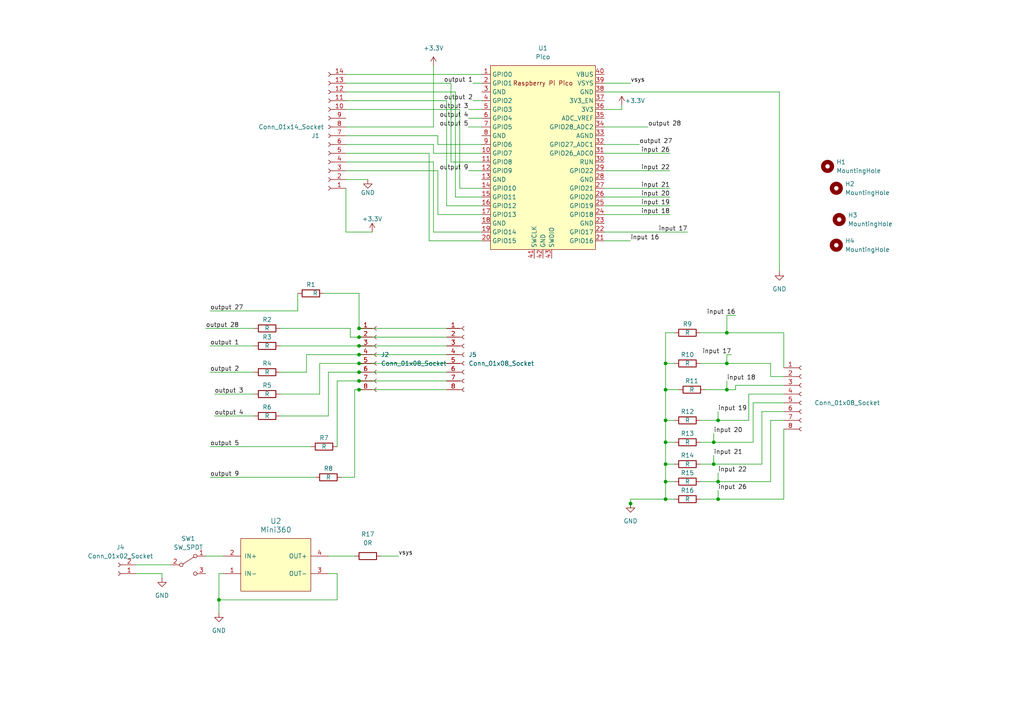
<source format=kicad_sch>
(kicad_sch (version 20230121) (generator eeschema)
  (paper "A4")
  (lib_symbols
    (symbol "Connector:Conn_01x02_Socket" (pin_names (offset 1.016) hide)
      (property "Reference" "J" (at 0 2.54 0))
      (property "Value" "Conn_01x02_Socket" (at 0 -5.08 0))
      (symbol "Conn_01x02_Socket_1_1"
        (arc (start 0 -2.032) (mid -0.5058 -2.54) (end 0 -3.048) (stroke (width 0.1524)))
        (polyline (pts (xy -1.27 -2.54) (xy -0.508 -2.54)) (stroke (width 0.1524)))
        (polyline (pts (xy -1.27 0) (xy -0.508 0)) (stroke (width 0.1524)))
        (arc (start 0 0.508) (mid -0.5058 0) (end 0 -0.508) (stroke (width 0.1524)))
        (pin passive line (at -5.08 0 0) (length 3.81) (name "Pin_1") (number "1"))
        (pin passive line (at -5.08 -2.54 0) (length 3.81) (name "Pin_2") (number "2"))
      )
    )
    (symbol "Connector:Conn_01x08_Socket" (pin_names (offset 1.016) hide)
      (property "Reference" "J" (at 0 10.16 0))
      (property "Value" "Conn_01x08_Socket" (at 0 -12.7 0))
      (symbol "Conn_01x08_Socket_1_1"
        (arc (start 0 -9.652) (mid -0.5058 -10.16) (end 0 -10.668) (stroke (width 0.1524)))
        (arc (start 0 -7.112) (mid -0.5058 -7.62) (end 0 -8.128) (stroke (width 0.1524)))
        (arc (start 0 -4.572) (mid -0.5058 -5.08) (end 0 -5.588) (stroke (width 0.1524)))
        (arc (start 0 -2.032) (mid -0.5058 -2.54) (end 0 -3.048) (stroke (width 0.1524)))
        (polyline (pts (xy -1.27 -10.16) (xy -0.508 -10.16)) (stroke (width 0.1524)))
        (polyline (pts (xy -1.27 -7.62) (xy -0.508 -7.62)) (stroke (width 0.1524)))
        (polyline (pts (xy -1.27 -5.08) (xy -0.508 -5.08)) (stroke (width 0.1524)))
        (polyline (pts (xy -1.27 -2.54) (xy -0.508 -2.54)) (stroke (width 0.1524)))
        (polyline (pts (xy -1.27 0) (xy -0.508 0)) (stroke (width 0.1524)))
        (polyline (pts (xy -1.27 2.54) (xy -0.508 2.54)) (stroke (width 0.1524)))
        (polyline (pts (xy -1.27 5.08) (xy -0.508 5.08)) (stroke (width 0.1524)))
        (polyline (pts (xy -1.27 7.62) (xy -0.508 7.62)) (stroke (width 0.1524)))
        (arc (start 0 0.508) (mid -0.5058 0) (end 0 -0.508) (stroke (width 0.1524)))
        (arc (start 0 3.048) (mid -0.5058 2.54) (end 0 2.032) (stroke (width 0.1524)))
        (arc (start 0 5.588) (mid -0.5058 5.08) (end 0 4.572) (stroke (width 0.1524)))
        (arc (start 0 8.128) (mid -0.5058 7.62) (end 0 7.112) (stroke (width 0.1524)))
        (pin passive line (at -5.08 7.62 0) (length 3.81) (name "Pin_1") (number "1"))
        (pin passive line (at -5.08 5.08 0) (length 3.81) (name "Pin_2") (number "2"))
        (pin passive line (at -5.08 2.54 0) (length 3.81) (name "Pin_3") (number "3"))
        (pin passive line (at -5.08 0 0) (length 3.81) (name "Pin_4") (number "4"))
        (pin passive line (at -5.08 -2.54 0) (length 3.81) (name "Pin_5") (number "5"))
        (pin passive line (at -5.08 -5.08 0) (length 3.81) (name "Pin_6") (number "6"))
        (pin passive line (at -5.08 -7.62 0) (length 3.81) (name "Pin_7") (number "7"))
        (pin passive line (at -5.08 -10.16 0) (length 3.81) (name "Pin_8") (number "8"))
      )
    )
    (symbol "Connector:Conn_01x14_Socket" (pin_names (offset 1.016) hide)
      (property "Reference" "J" (at 0 17.78 0))
      (property "Value" "Conn_01x14_Socket" (at 0 -20.32 0))
      (symbol "Conn_01x14_Socket_1_1"
        (arc (start 0 -17.272) (mid -0.5058 -17.78) (end 0 -18.288) (stroke (width 0.1524)))
        (arc (start 0 -14.732) (mid -0.5058 -15.24) (end 0 -15.748) (stroke (width 0.1524)))
        (arc (start 0 -12.192) (mid -0.5058 -12.7) (end 0 -13.208) (stroke (width 0.1524)))
        (arc (start 0 -9.652) (mid -0.5058 -10.16) (end 0 -10.668) (stroke (width 0.1524)))
        (arc (start 0 -7.112) (mid -0.5058 -7.62) (end 0 -8.128) (stroke (width 0.1524)))
        (arc (start 0 -4.572) (mid -0.5058 -5.08) (end 0 -5.588) (stroke (width 0.1524)))
        (arc (start 0 -2.032) (mid -0.5058 -2.54) (end 0 -3.048) (stroke (width 0.1524)))
        (polyline (pts (xy -1.27 -17.78) (xy -0.508 -17.78)) (stroke (width 0.1524)))
        (polyline (pts (xy -1.27 -15.24) (xy -0.508 -15.24)) (stroke (width 0.1524)))
        (polyline (pts (xy -1.27 -12.7) (xy -0.508 -12.7)) (stroke (width 0.1524)))
        (polyline (pts (xy -1.27 -10.16) (xy -0.508 -10.16)) (stroke (width 0.1524)))
        (polyline (pts (xy -1.27 -7.62) (xy -0.508 -7.62)) (stroke (width 0.1524)))
        (polyline (pts (xy -1.27 -5.08) (xy -0.508 -5.08)) (stroke (width 0.1524)))
        (polyline (pts (xy -1.27 -2.54) (xy -0.508 -2.54)) (stroke (width 0.1524)))
        (polyline (pts (xy -1.27 0) (xy -0.508 0)) (stroke (width 0.1524)))
        (polyline (pts (xy -1.27 2.54) (xy -0.508 2.54)) (stroke (width 0.1524)))
        (polyline (pts (xy -1.27 5.08) (xy -0.508 5.08)) (stroke (width 0.1524)))
        (polyline (pts (xy -1.27 7.62) (xy -0.508 7.62)) (stroke (width 0.1524)))
        (polyline (pts (xy -1.27 10.16) (xy -0.508 10.16)) (stroke (width 0.1524)))
        (polyline (pts (xy -1.27 12.7) (xy -0.508 12.7)) (stroke (width 0.1524)))
        (polyline (pts (xy -1.27 15.24) (xy -0.508 15.24)) (stroke (width 0.1524)))
        (arc (start 0 0.508) (mid -0.5058 0) (end 0 -0.508) (stroke (width 0.1524)))
        (arc (start 0 3.048) (mid -0.5058 2.54) (end 0 2.032) (stroke (width 0.1524)))
        (arc (start 0 5.588) (mid -0.5058 5.08) (end 0 4.572) (stroke (width 0.1524)))
        (arc (start 0 8.128) (mid -0.5058 7.62) (end 0 7.112) (stroke (width 0.1524)))
        (arc (start 0 10.668) (mid -0.5058 10.16) (end 0 9.652) (stroke (width 0.1524)))
        (arc (start 0 13.208) (mid -0.5058 12.7) (end 0 12.192) (stroke (width 0.1524)))
        (arc (start 0 15.748) (mid -0.5058 15.24) (end 0 14.732) (stroke (width 0.1524)))
        (pin passive line (at -5.08 15.24 0) (length 3.81) (name "Pin_1") (number "1"))
        (pin passive line (at -5.08 -7.62 0) (length 3.81) (name "Pin_10") (number "10"))
        (pin passive line (at -5.08 -10.16 0) (length 3.81) (name "Pin_11") (number "11"))
        (pin passive line (at -5.08 -12.7 0) (length 3.81) (name "Pin_12") (number "12"))
        (pin passive line (at -5.08 -15.24 0) (length 3.81) (name "Pin_13") (number "13"))
        (pin passive line (at -5.08 -17.78 0) (length 3.81) (name "Pin_14") (number "14"))
        (pin passive line (at -5.08 12.7 0) (length 3.81) (name "Pin_2") (number "2"))
        (pin passive line (at -5.08 10.16 0) (length 3.81) (name "Pin_3") (number "3"))
        (pin passive line (at -5.08 7.62 0) (length 3.81) (name "Pin_4") (number "4"))
        (pin passive line (at -5.08 5.08 0) (length 3.81) (name "Pin_5") (number "5"))
        (pin passive line (at -5.08 2.54 0) (length 3.81) (name "Pin_6") (number "6"))
        (pin passive line (at -5.08 0 0) (length 3.81) (name "Pin_7") (number "7"))
        (pin passive line (at -5.08 -2.54 0) (length 3.81) (name "Pin_8") (number "8"))
        (pin passive line (at -5.08 -5.08 0) (length 3.81) (name "Pin_9") (number "9"))
      )
    )
    (symbol "Device:R" (pin_numbers hide) (pin_names (offset 0))
      (property "Reference" "R" (at 2.032 0 90))
      (property "Value" "R" (at 0 0 90))
      (symbol "R_0_1"
        (rectangle (start -1.016 -2.54) (end 1.016 2.54) (stroke (width 0.254)))
      )
      (symbol "R_1_1"
        (pin passive line (at 0 3.81 270) (length 1.27) (name "~") (number "1"))
        (pin passive line (at 0 -3.81 90) (length 1.27) (name "~") (number "2"))
      )
    )
    (symbol "Mechanical:MountingHole" (pin_names (offset 1.016))
      (property "Reference" "H" (at 0 5.08 0))
      (property "Value" "MountingHole" (at 0 3.175 0))
      (symbol "MountingHole_0_1"
        (circle (center 0 0) (radius 1.27) (stroke (width 1.27)))
      )
    )
    (symbol "PiPico:Mini360" (pin_names (offset 1.016))
      (property "Reference" "U" (at 0 -5.08 0))
      (property "Value" "Mini360" (at 0 5.08 0))
      (symbol "Mini360_0_1"
        (rectangle (start -10.16 7.62) (end 10.16 -7.62) (fill (type background)))
      )
      (symbol "Mini360_1_1"
        (pin power_in line (at -15.24 -2.54 0) (length 5.08) (name "IN-") (number "1"))
        (pin power_in line (at -15.24 2.54 0) (length 5.08) (name "IN+") (number "2"))
        (pin power_out line (at 15.24 -2.54 180) (length 5.08) (name "OUT-") (number "3"))
        (pin power_out line (at 15.24 2.54 180) (length 5.08) (name "OUT+") (number "4"))
      )
    )
    (symbol "PiPico:Pico"
      (property "Reference" "U" (at -13.97 27.94 0))
      (property "Value" "Pico" (at 0 19.05 0))
      (symbol "Pico_0_0"
        (text "Raspberry Pi Pico" (at 0 21.59 0) (effects (font (size 1.27 1.27))))
      )
      (symbol "Pico_0_1"
        (rectangle (start -15.24 26.67) (end 15.24 -26.67) (fill (type background)))
      )
      (symbol "Pico_1_1"
        (pin bidirectional line (at -17.78 24.13 0) (length 2.54) (name "GPIO0") (number "1"))
        (pin bidirectional line (at -17.78 1.27 0) (length 2.54) (name "GPIO7") (number "10"))
        (pin bidirectional line (at -17.78 -1.27 0) (length 2.54) (name "GPIO8") (number "11"))
        (pin bidirectional line (at -17.78 -3.81 0) (length 2.54) (name "GPIO9") (number "12"))
        (pin power_in line (at -17.78 -6.35 0) (length 2.54) (name "GND") (number "13"))
        (pin bidirectional line (at -17.78 -8.89 0) (length 2.54) (name "GPIO10") (number "14"))
        (pin bidirectional line (at -17.78 -11.43 0) (length 2.54) (name "GPIO11") (number "15"))
        (pin bidirectional line (at -17.78 -13.97 0) (length 2.54) (name "GPIO12") (number "16"))
        (pin bidirectional line (at -17.78 -16.51 0) (length 2.54) (name "GPIO13") (number "17"))
        (pin power_in line (at -17.78 -19.05 0) (length 2.54) (name "GND") (number "18"))
        (pin bidirectional line (at -17.78 -21.59 0) (length 2.54) (name "GPIO14") (number "19"))
        (pin bidirectional line (at -17.78 21.59 0) (length 2.54) (name "GPIO1") (number "2"))
        (pin bidirectional line (at -17.78 -24.13 0) (length 2.54) (name "GPIO15") (number "20"))
        (pin bidirectional line (at 17.78 -24.13 180) (length 2.54) (name "GPIO16") (number "21"))
        (pin bidirectional line (at 17.78 -21.59 180) (length 2.54) (name "GPIO17") (number "22"))
        (pin power_in line (at 17.78 -19.05 180) (length 2.54) (name "GND") (number "23"))
        (pin bidirectional line (at 17.78 -16.51 180) (length 2.54) (name "GPIO18") (number "24"))
        (pin bidirectional line (at 17.78 -13.97 180) (length 2.54) (name "GPIO19") (number "25"))
        (pin bidirectional line (at 17.78 -11.43 180) (length 2.54) (name "GPIO20") (number "26"))
        (pin bidirectional line (at 17.78 -8.89 180) (length 2.54) (name "GPIO21") (number "27"))
        (pin power_in line (at 17.78 -6.35 180) (length 2.54) (name "GND") (number "28"))
        (pin bidirectional line (at 17.78 -3.81 180) (length 2.54) (name "GPIO22") (number "29"))
        (pin power_in line (at -17.78 19.05 0) (length 2.54) (name "GND") (number "3"))
        (pin input line (at 17.78 -1.27 180) (length 2.54) (name "RUN") (number "30"))
        (pin bidirectional line (at 17.78 1.27 180) (length 2.54) (name "GPIO26_ADC0") (number "31"))
        (pin bidirectional line (at 17.78 3.81 180) (length 2.54) (name "GPIO27_ADC1") (number "32"))
        (pin power_in line (at 17.78 6.35 180) (length 2.54) (name "AGND") (number "33"))
        (pin bidirectional line (at 17.78 8.89 180) (length 2.54) (name "GPIO28_ADC2") (number "34"))
        (pin power_in line (at 17.78 11.43 180) (length 2.54) (name "ADC_VREF") (number "35"))
        (pin power_in line (at 17.78 13.97 180) (length 2.54) (name "3V3") (number "36"))
        (pin input line (at 17.78 16.51 180) (length 2.54) (name "3V3_EN") (number "37"))
        (pin bidirectional line (at 17.78 19.05 180) (length 2.54) (name "GND") (number "38"))
        (pin power_in line (at 17.78 21.59 180) (length 2.54) (name "VSYS") (number "39"))
        (pin bidirectional line (at -17.78 16.51 0) (length 2.54) (name "GPIO2") (number "4"))
        (pin power_in line (at 17.78 24.13 180) (length 2.54) (name "VBUS") (number "40"))
        (pin input line (at -2.54 -29.21 90) (length 2.54) (name "SWCLK") (number "41"))
        (pin power_in line (at 0 -29.21 90) (length 2.54) (name "GND") (number "42"))
        (pin bidirectional line (at 2.54 -29.21 90) (length 2.54) (name "SWDIO") (number "43"))
        (pin bidirectional line (at -17.78 13.97 0) (length 2.54) (name "GPIO3") (number "5"))
        (pin bidirectional line (at -17.78 11.43 0) (length 2.54) (name "GPIO4") (number "6"))
        (pin bidirectional line (at -17.78 8.89 0) (length 2.54) (name "GPIO5") (number "7"))
        (pin power_in line (at -17.78 6.35 0) (length 2.54) (name "GND") (number "8"))
        (pin bidirectional line (at -17.78 3.81 0) (length 2.54) (name "GPIO6") (number "9"))
      )
    )
    (symbol "Switch:SW_SPDT" (pin_names (offset 0) hide)
      (property "Reference" "SW" (at 0 4.318 0))
      (property "Value" "SW_SPDT" (at 0 -5.08 0))
      (symbol "SW_SPDT_0_0"
        (circle (center -2.032 0) (radius 0.508))
        (circle (center 2.032 -2.54) (radius 0.508))
      )
      (symbol "SW_SPDT_0_1"
        (polyline (pts (xy -1.524 0.254) (xy 1.651 2.286)))
        (circle (center 2.032 2.54) (radius 0.508))
      )
      (symbol "SW_SPDT_1_1"
        (pin passive line (at 5.08 2.54 180) (length 2.54) (name "A") (number "1"))
        (pin passive line (at -5.08 0 0) (length 2.54) (name "B") (number "2"))
        (pin passive line (at 5.08 -2.54 180) (length 2.54) (name "C") (number "3"))
      )
    )
    (symbol "power:+3.3V" (power) (pin_names (offset 0))
      (property "Value" "+3.3V" (at 0 3.556 0))
      (symbol "+3.3V_0_1"
        (polyline (pts (xy -0.762 1.27) (xy 0 2.54)))
        (polyline (pts (xy 0 0) (xy 0 2.54)))
        (polyline (pts (xy 0 2.54) (xy 0.762 1.27)))
      )
      (symbol "+3.3V_1_1"
        (pin power_in line (at 0 0 90) (length 0) hide (name "+3.3V") (number "1"))
      )
    )
    (symbol "power:GND" (power) (pin_names (offset 0))
      (property "Value" "GND" (at 0 -3.81 0))
      (symbol "GND_0_1"
        (polyline (pts (xy 0 0) (xy 0 -1.27) (xy 1.27 -1.27) (xy 0 -2.54) (xy -1.27 -1.27) (xy 0 -1.27)))
      )
      (symbol "GND_1_1"
        (pin power_in line (at 0 0 270) (length 0) hide (name "GND") (number "1"))
      )
    )
  )
  (junction (at 208.28 121.92))
  (junction (at 104.14 113.03))
  (junction (at 63.5 173.99))
  (junction (at 210.82 113.03))
  (junction (at 193.04 134.62))
  (junction (at 193.04 139.7))
  (junction (at 104.14 97.79))
  (junction (at 104.14 95.25))
  (junction (at 208.28 144.78))
  (junction (at 207.01 128.27))
  (junction (at 207.01 134.62))
  (junction (at 104.14 105.41))
  (junction (at 104.14 100.33))
  (junction (at 210.82 96.52))
  (junction (at 182.88 146.05))
  (junction (at 193.04 128.27))
  (junction (at 193.04 144.78))
  (junction (at 193.04 121.92))
  (junction (at 208.28 139.7))
  (junction (at 193.04 105.41))
  (junction (at 104.14 110.49))
  (junction (at 193.04 113.03))
  (junction (at 104.14 107.95))
  (junction (at 210.82 105.41))
  (junction (at 104.14 102.87))
  (wire (pts (xy 104.14 105.41) (xy 129.54 105.41)))
  (wire (pts (xy 129.54 95.25) (xy 104.14 95.25)))
  (wire (pts (xy 175.26 57.15) (xy 194.31 57.15)))
  (wire (pts (xy 139.7 67.31) (xy 125.73 67.31)))
  (wire (pts (xy 182.88 144.78) (xy 182.88 146.05)))
  (wire (pts (xy 60.96 107.95) (xy 73.66 107.95)))
  (wire (pts (xy 175.26 54.61) (xy 194.31 54.61)))
  (wire (pts (xy 210.82 110.49) (xy 210.82 113.03)))
  (wire (pts (xy 135.89 49.53) (xy 139.7 49.53)))
  (wire (pts (xy 95.25 120.65) (xy 81.28 120.65)))
  (wire (pts (xy 139.7 69.85) (xy 124.46 69.85)))
  (wire (pts (xy 102.87 113.03) (xy 104.14 113.03)))
  (wire (pts (xy 104.14 100.33) (xy 129.54 100.33)))
  (wire (pts (xy 104.14 85.09) (xy 104.14 95.25)))
  (wire (pts (xy 193.04 105.41) (xy 193.04 113.03)))
  (wire (pts (xy 223.52 105.41) (xy 210.82 105.41)))
  (wire (pts (xy 175.26 59.69) (xy 194.31 59.69)))
  (wire (pts (xy 193.04 128.27) (xy 193.04 134.62)))
  (wire (pts (xy 227.33 116.84) (xy 218.44 116.84)))
  (wire (pts (xy 180.34 30.48) (xy 180.34 31.75)))
  (wire (pts (xy 39.37 163.83) (xy 49.53 163.83)))
  (wire (pts (xy 62.23 114.3) (xy 73.66 114.3)))
  (wire (pts (xy 110.49 161.29) (xy 115.57 161.29)))
  (wire (pts (xy 88.9 102.87) (xy 88.9 107.95)))
  (wire (pts (xy 139.7 59.69) (xy 129.54 59.69)))
  (wire (pts (xy 100.33 54.61) (xy 100.33 67.31)))
  (wire (pts (xy 193.04 96.52) (xy 193.04 105.41)))
  (wire (pts (xy 125.73 41.91) (xy 100.33 41.91)))
  (wire (pts (xy 139.7 54.61) (xy 133.35 54.61)))
  (wire (pts (xy 63.5 173.99) (xy 63.5 177.8)))
  (wire (pts (xy 81.28 100.33) (xy 104.14 100.33)))
  (wire (pts (xy 175.26 62.23) (xy 194.31 62.23)))
  (wire (pts (xy 100.33 67.31) (xy 107.95 67.31)))
  (wire (pts (xy 95.25 161.29) (xy 102.87 161.29)))
  (wire (pts (xy 175.26 67.31) (xy 199.39 67.31)))
  (wire (pts (xy 127 39.37) (xy 100.33 39.37)))
  (wire (pts (xy 139.7 41.91) (xy 127 41.91)))
  (wire (pts (xy 133.35 54.61) (xy 133.35 31.75)))
  (wire (pts (xy 95.25 166.37) (xy 97.79 166.37)))
  (wire (pts (xy 60.96 100.33) (xy 73.66 100.33)))
  (wire (pts (xy 212.09 102.87) (xy 210.82 102.87)))
  (wire (pts (xy 60.96 90.17) (xy 86.36 90.17)))
  (wire (pts (xy 175.26 49.53) (xy 194.31 49.53)))
  (wire (pts (xy 127 41.91) (xy 127 39.37)))
  (wire (pts (xy 226.06 26.67) (xy 175.26 26.67)))
  (wire (pts (xy 175.26 36.83) (xy 187.96 36.83)))
  (wire (pts (xy 100.33 36.83) (xy 125.73 36.83)))
  (wire (pts (xy 81.28 107.95) (xy 88.9 107.95)))
  (wire (pts (xy 129.54 29.21) (xy 100.33 29.21)))
  (wire (pts (xy 210.82 96.52) (xy 203.2 96.52)))
  (wire (pts (xy 208.28 137.16) (xy 208.28 139.7)))
  (wire (pts (xy 223.52 109.22) (xy 223.52 105.41)))
  (wire (pts (xy 227.33 144.78) (xy 208.28 144.78)))
  (wire (pts (xy 227.33 124.46) (xy 227.33 144.78)))
  (wire (pts (xy 127 49.53) (xy 100.33 49.53)))
  (wire (pts (xy 104.14 102.87) (xy 129.54 102.87)))
  (wire (pts (xy 208.28 144.78) (xy 203.2 144.78)))
  (wire (pts (xy 46.99 166.37) (xy 46.99 167.64)))
  (wire (pts (xy 175.26 69.85) (xy 182.88 69.85)))
  (wire (pts (xy 210.82 113.03) (xy 213.36 113.03)))
  (wire (pts (xy 62.23 120.65) (xy 73.66 120.65)))
  (wire (pts (xy 193.04 144.78) (xy 182.88 144.78)))
  (wire (pts (xy 59.69 95.25) (xy 73.66 95.25)))
  (wire (pts (xy 195.58 96.52) (xy 193.04 96.52)))
  (wire (pts (xy 227.33 114.3) (xy 217.17 114.3)))
  (wire (pts (xy 208.28 121.92) (xy 203.2 121.92)))
  (wire (pts (xy 139.7 62.23) (xy 127 62.23)))
  (wire (pts (xy 127 62.23) (xy 127 49.53)))
  (wire (pts (xy 213.36 111.76) (xy 227.33 111.76)))
  (wire (pts (xy 139.7 44.45) (xy 125.73 44.45)))
  (wire (pts (xy 133.35 31.75) (xy 100.33 31.75)))
  (wire (pts (xy 135.89 31.75) (xy 139.7 31.75)))
  (wire (pts (xy 226.06 26.67) (xy 226.06 78.74)))
  (wire (pts (xy 195.58 134.62) (xy 193.04 134.62)))
  (wire (pts (xy 223.52 139.7) (xy 208.28 139.7)))
  (wire (pts (xy 220.98 134.62) (xy 207.01 134.62)))
  (wire (pts (xy 210.82 91.44) (xy 210.82 96.52)))
  (wire (pts (xy 129.54 59.69) (xy 129.54 29.21)))
  (wire (pts (xy 213.36 113.03) (xy 213.36 111.76)))
  (wire (pts (xy 97.79 110.49) (xy 97.79 129.54)))
  (wire (pts (xy 175.26 44.45) (xy 194.31 44.45)))
  (wire (pts (xy 39.37 166.37) (xy 46.99 166.37)))
  (wire (pts (xy 106.68 52.07) (xy 100.33 52.07)))
  (wire (pts (xy 207.01 128.27) (xy 203.2 128.27)))
  (wire (pts (xy 227.33 119.38) (xy 220.98 119.38)))
  (wire (pts (xy 59.69 161.29) (xy 64.77 161.29)))
  (wire (pts (xy 207.01 132.08) (xy 207.01 134.62)))
  (wire (pts (xy 195.58 121.92) (xy 193.04 121.92)))
  (wire (pts (xy 227.33 96.52) (xy 210.82 96.52)))
  (wire (pts (xy 175.26 24.13) (xy 182.88 24.13)))
  (wire (pts (xy 217.17 114.3) (xy 217.17 121.92)))
  (wire (pts (xy 100.33 21.59) (xy 139.7 21.59)))
  (wire (pts (xy 97.79 173.99) (xy 63.5 173.99)))
  (wire (pts (xy 137.16 24.13) (xy 139.7 24.13)))
  (wire (pts (xy 104.14 110.49) (xy 129.54 110.49)))
  (wire (pts (xy 92.71 114.3) (xy 81.28 114.3)))
  (wire (pts (xy 130.81 46.99) (xy 130.81 24.13)))
  (wire (pts (xy 101.6 97.79) (xy 104.14 97.79)))
  (wire (pts (xy 104.14 113.03) (xy 129.54 113.03)))
  (wire (pts (xy 182.88 147.32) (xy 182.88 146.05)))
  (wire (pts (xy 135.89 34.29) (xy 139.7 34.29)))
  (wire (pts (xy 92.71 105.41) (xy 92.71 114.3)))
  (wire (pts (xy 218.44 128.27) (xy 207.01 128.27)))
  (wire (pts (xy 132.08 57.15) (xy 132.08 26.67)))
  (wire (pts (xy 227.33 109.22) (xy 223.52 109.22)))
  (wire (pts (xy 193.04 121.92) (xy 193.04 128.27)))
  (wire (pts (xy 195.58 144.78) (xy 193.04 144.78)))
  (wire (pts (xy 137.16 29.21) (xy 139.7 29.21)))
  (wire (pts (xy 88.9 102.87) (xy 104.14 102.87)))
  (wire (pts (xy 218.44 116.84) (xy 218.44 128.27)))
  (wire (pts (xy 139.7 46.99) (xy 130.81 46.99)))
  (wire (pts (xy 86.36 90.17) (xy 86.36 85.09)))
  (wire (pts (xy 193.04 105.41) (xy 195.58 105.41)))
  (wire (pts (xy 193.04 139.7) (xy 193.04 144.78)))
  (wire (pts (xy 64.77 166.37) (xy 63.5 166.37)))
  (wire (pts (xy 97.79 166.37) (xy 97.79 173.99)))
  (wire (pts (xy 92.71 105.41) (xy 104.14 105.41)))
  (wire (pts (xy 207.01 125.73) (xy 207.01 128.27)))
  (wire (pts (xy 101.6 95.25) (xy 101.6 97.79)))
  (wire (pts (xy 195.58 139.7) (xy 193.04 139.7)))
  (wire (pts (xy 125.73 44.45) (xy 125.73 41.91)))
  (wire (pts (xy 97.79 110.49) (xy 104.14 110.49)))
  (wire (pts (xy 213.36 91.44) (xy 210.82 91.44)))
  (wire (pts (xy 220.98 119.38) (xy 220.98 134.62)))
  (wire (pts (xy 102.87 113.03) (xy 102.87 138.43)))
  (wire (pts (xy 95.25 107.95) (xy 104.14 107.95)))
  (wire (pts (xy 95.25 107.95) (xy 95.25 120.65)))
  (wire (pts (xy 227.33 121.92) (xy 223.52 121.92)))
  (wire (pts (xy 125.73 19.05) (xy 125.73 36.83)))
  (wire (pts (xy 196.85 113.03) (xy 193.04 113.03)))
  (wire (pts (xy 204.47 113.03) (xy 210.82 113.03)))
  (wire (pts (xy 102.87 138.43) (xy 99.06 138.43)))
  (wire (pts (xy 104.14 97.79) (xy 129.54 97.79)))
  (wire (pts (xy 195.58 128.27) (xy 193.04 128.27)))
  (wire (pts (xy 93.98 85.09) (xy 104.14 85.09)))
  (wire (pts (xy 193.04 134.62) (xy 193.04 139.7)))
  (wire (pts (xy 125.73 67.31) (xy 125.73 46.99)))
  (wire (pts (xy 193.04 113.03) (xy 193.04 121.92)))
  (wire (pts (xy 63.5 166.37) (xy 63.5 173.99)))
  (wire (pts (xy 125.73 46.99) (xy 100.33 46.99)))
  (wire (pts (xy 208.28 119.38) (xy 208.28 121.92)))
  (wire (pts (xy 130.81 24.13) (xy 100.33 24.13)))
  (wire (pts (xy 132.08 26.67) (xy 100.33 26.67)))
  (wire (pts (xy 101.6 95.25) (xy 81.28 95.25)))
  (wire (pts (xy 104.14 107.95) (xy 129.54 107.95)))
  (wire (pts (xy 210.82 105.41) (xy 203.2 105.41)))
  (wire (pts (xy 217.17 121.92) (xy 208.28 121.92)))
  (wire (pts (xy 60.96 138.43) (xy 91.44 138.43)))
  (wire (pts (xy 223.52 121.92) (xy 223.52 139.7)))
  (wire (pts (xy 60.96 129.54) (xy 90.17 129.54)))
  (wire (pts (xy 208.28 142.24) (xy 208.28 144.78)))
  (wire (pts (xy 124.46 69.85) (xy 124.46 44.45)))
  (wire (pts (xy 208.28 139.7) (xy 203.2 139.7)))
  (wire (pts (xy 139.7 57.15) (xy 132.08 57.15)))
  (wire (pts (xy 175.26 41.91) (xy 185.42 41.91)))
  (wire (pts (xy 210.82 102.87) (xy 210.82 105.41)))
  (wire (pts (xy 207.01 134.62) (xy 203.2 134.62)))
  (wire (pts (xy 227.33 106.68) (xy 227.33 96.52)))
  (wire (pts (xy 180.34 31.75) (xy 175.26 31.75)))
  (wire (pts (xy 135.89 36.83) (xy 139.7 36.83)))
  (wire (pts (xy 124.46 44.45) (xy 100.33 44.45)))
  (label "vsys" (at 182.88 24.13 0))
  (label "output 4" (at 135.89 34.29 180))
  (label "output 27" (at 185.42 41.91 0))
  (label "input 17" (at 212.09 102.87 180))
  (label "output 3" (at 135.89 31.75 180))
  (label "input 21" (at 194.31 54.61 180))
  (label "output 9" (at 135.89 49.53 180))
  (label "input 20" (at 207.01 125.73 0))
  (label "output 28" (at 59.69 95.25 0))
  (label "output 9" (at 60.96 138.43 0))
  (label "input 22" (at 194.31 49.53 180))
  (label "output 5" (at 60.96 129.54 0))
  (label "input 18" (at 194.31 62.23 180))
  (label "input 16" (at 182.88 69.85 0))
  (label "output 3" (at 62.23 114.3 0))
  (label "output 1" (at 60.96 100.33 0))
  (label "input 21" (at 207.01 132.08 0))
  (label "input 19" (at 194.31 59.69 180))
  (label "input 16" (at 213.36 91.44 180))
  (label "input 22" (at 208.28 137.16 0))
  (label "output 1" (at 137.16 24.13 180))
  (label "input 17" (at 199.39 67.31 180))
  (label "vsys" (at 115.57 161.29 0))
  (label "input 26" (at 208.28 142.24 0))
  (label "output 2" (at 60.96 107.95 0))
  (label "output 28" (at 187.96 36.83 0))
  (label "output 2" (at 137.16 29.21 180))
  (label "input 19" (at 208.28 119.38 0))
  (label "input 20" (at 194.31 57.15 180))
  (label "input 18" (at 210.82 110.49 0))
  (label "output 27" (at 60.96 90.17 0))
  (label "input 26" (at 194.31 44.45 180))
  (label "output 5" (at 135.89 36.83 180))
  (label "output 4" (at 62.23 120.65 0))
  (symbol (lib_id "Switch:SW_SPDT") (at 54.61 163.83 0) (unit 1)
    (property "Reference" "SW1" (at 54.61 156.21 0))
    (property "Value" "SW_SPDT" (at 54.61 158.75 0))
    (property "Footprint" "Button_Switch_THT:SW_Slide_1P2T_CK_OS102011MS2Q" (effects hide))
  )
  (symbol (lib_id "Device:R") (at 77.47 120.65 90) (unit 1)
    (property "Reference" "R6" (at 77.47 118.11 90))
    (property "Value" "R" (at 77.47 120.65 90))
    (property "Footprint" "Resistor_SMD:R_0805_2012Metric" (effects hide))
  )
  (symbol (lib_id "Mechanical:MountingHole") (at 242.57 54.61 0) (unit 1)
    (property "Reference" "H2" (at 245.11 53.34 0) (effects (justify left)))
    (property "Value" "MountingHole" (at 245.11 55.88 0) (effects (justify left)))
    (property "Footprint" "MountingHole:MountingHole_3.2mm_M3_Pad_TopBottom" (effects hide))
  )
  (symbol (lib_id "power:GND") (at 106.68 52.07 0) (unit 1)
    (property "Reference" "#PWR04" (effects hide))
    (property "Value" "GND" (at 106.68 55.88 0))
  )
  (symbol (lib_id "Device:R") (at 199.39 105.41 90) (unit 1)
    (property "Reference" "R10" (at 199.39 102.87 90))
    (property "Value" "R" (at 199.39 105.41 90))
    (property "Footprint" "Resistor_SMD:R_0805_2012Metric" (effects hide))
  )
  (symbol (lib_id "Device:R") (at 199.39 128.27 90) (unit 1)
    (property "Reference" "R13" (at 199.39 125.73 90))
    (property "Value" "R" (at 199.39 128.27 90))
    (property "Footprint" "Resistor_SMD:R_0805_2012Metric" (effects hide))
  )
  (symbol (lib_id "Device:R") (at 199.39 121.92 90) (unit 1)
    (property "Reference" "R12" (at 199.39 119.38 90))
    (property "Value" "R" (at 199.39 121.92 90))
    (property "Footprint" "Resistor_SMD:R_0805_2012Metric" (effects hide))
  )
  (symbol (lib_id "PiPico:Mini360") (at 80.01 163.83 0) (unit 1)
    (property "Reference" "U2" (at 80.01 151.13 0) (effects (font (size 1.524 1.524))))
    (property "Value" "Mini360" (at 80.01 153.67 0) (effects (font (size 1.524 1.524))))
    (property "Footprint" "voltage reg:Mini360_step-down" (effects hide))
  )
  (symbol (lib_id "Device:R") (at 199.39 139.7 90) (unit 1)
    (property "Reference" "R15" (at 199.39 137.16 90))
    (property "Value" "R" (at 199.39 139.7 90))
    (property "Footprint" "Resistor_SMD:R_0805_2012Metric" (effects hide))
  )
  (symbol (lib_id "power:GND") (at 182.88 146.05 0) (unit 1)
    (property "Reference" "#PWR010" (effects hide))
    (property "Value" "GND" (at 182.88 151.13 0))
  )
  (symbol (lib_id "Mechanical:MountingHole") (at 240.03 48.26 0) (unit 1)
    (property "Reference" "H1" (at 242.57 46.99 0) (effects (justify left)))
    (property "Value" "MountingHole" (at 242.57 49.53 0) (effects (justify left)))
    (property "Footprint" "MountingHole:MountingHole_3.2mm_M3_Pad_TopBottom" (effects hide))
  )
  (symbol (lib_id "Device:R") (at 199.39 144.78 90) (unit 1)
    (property "Reference" "R16" (at 199.39 142.24 90))
    (property "Value" "R" (at 199.39 144.78 90))
    (property "Footprint" "Resistor_SMD:R_0805_2012Metric" (effects hide))
  )
  (symbol (lib_id "Mechanical:MountingHole") (at 243.3999 63.6783 0) (unit 1)
    (property "Reference" "H3" (at 245.9399 62.4083 0) (effects (justify left)))
    (property "Value" "MountingHole" (at 245.9399 64.9483 0) (effects (justify left)))
    (property "Footprint" "MountingHole:MountingHole_3.2mm_M3_Pad_TopBottom" (effects hide))
  )
  (symbol (lib_id "Device:R") (at 77.47 107.95 90) (unit 1)
    (property "Reference" "R4" (at 77.47 105.41 90))
    (property "Value" "R" (at 77.47 107.95 90))
    (property "Footprint" "Resistor_SMD:R_0805_2012Metric" (effects hide))
  )
  (symbol (lib_id "PiPico:Pico") (at 157.48 45.72 0) (unit 1)
    (property "Reference" "U1" (at 157.48 13.97 0))
    (property "Value" "Pico" (at 157.48 16.51 0))
    (property "Footprint" "PiPico:RPi_Pico_SMD_TH" (effects hide))
  )
  (symbol (lib_id "Connector:Conn_01x08_Socket") (at 134.62 102.87 0) (unit 1)
    (property "Reference" "J5" (at 135.89 102.87 0) (effects (justify left)))
    (property "Value" "Conn_01x08_Socket" (at 135.89 105.41 0) (effects (justify left)))
    (property "Footprint" "Connector_JST:JST_XH_B8B-XH-AM_1x08_P2.50mm_Vertical" (effects hide))
  )
  (symbol (lib_id "Mechanical:MountingHole") (at 242.57 71.12 0) (unit 1)
    (property "Reference" "H4" (at 245.11 69.85 0) (effects (justify left)))
    (property "Value" "MountingHole" (at 245.11 72.39 0) (effects (justify left)))
    (property "Footprint" "MountingHole:MountingHole_3.2mm_M3_Pad_TopBottom" (effects hide))
  )
  (symbol (lib_id "Connector:Conn_01x02_Socket") (at 34.29 166.37 180) (unit 1)
    (property "Reference" "J4" (at 34.925 158.75 0))
    (property "Value" "Conn_01x02_Socket" (at 34.925 161.29 0))
    (property "Footprint" "Connector_JST:JST_XH_B2B-XH-AM_1x02_P2.50mm_Vertical" (effects hide))
  )
  (symbol (lib_id "Connector:Conn_01x08_Socket") (at 232.41 114.3 0) (unit 1)
    (property "Reference" "J3" (effects hide))
    (property "Value" "Conn_01x08_Socket" (at 236.22 116.84 0) (effects (justify left)))
    (property "Footprint" "Connector_JST:JST_XH_B8B-XH-AM_1x08_P2.50mm_Vertical" (effects hide))
  )
  (symbol (lib_id "power:+3.3V") (at 125.73 19.05 0) (unit 1)
    (property "Reference" "#PWR01" (effects hide))
    (property "Value" "+3.3V" (at 125.73 13.97 0))
  )
  (symbol (lib_id "Device:R") (at 77.47 100.33 90) (unit 1)
    (property "Reference" "R3" (at 77.47 97.79 90))
    (property "Value" "R" (at 77.47 100.33 90))
    (property "Footprint" "Resistor_SMD:R_0805_2012Metric" (effects hide))
  )
  (symbol (lib_id "Device:R") (at 93.98 129.54 90) (unit 1)
    (property "Reference" "R7" (at 93.98 127 90))
    (property "Value" "R" (at 93.98 129.54 90))
    (property "Footprint" "Resistor_SMD:R_0805_2012Metric" (effects hide))
  )
  (symbol (lib_id "Device:R") (at 95.25 138.43 90) (unit 1)
    (property "Reference" "R8" (at 95.25 135.89 90))
    (property "Value" "R" (at 95.25 138.43 90))
    (property "Footprint" "Resistor_SMD:R_0805_2012Metric" (effects hide))
  )
  (symbol (lib_id "Device:R") (at 77.47 95.25 90) (unit 1)
    (property "Reference" "R2" (at 77.47 92.71 90))
    (property "Value" "R" (at 77.47 95.25 90))
    (property "Footprint" "Resistor_SMD:R_0805_2012Metric" (effects hide))
  )
  (symbol (lib_id "Device:R") (at 199.39 134.62 90) (unit 1)
    (property "Reference" "R14" (at 199.39 132.08 90))
    (property "Value" "R" (at 199.39 134.62 90))
    (property "Footprint" "Resistor_SMD:R_0805_2012Metric" (effects hide))
  )
  (symbol (lib_id "Device:R") (at 90.17 85.09 90) (unit 1)
    (property "Reference" "R1" (at 90.17 82.55 90))
    (property "Value" "R" (at 91.44 85.09 90))
    (property "Footprint" "Resistor_SMD:R_0805_2012Metric" (effects hide))
  )
  (symbol (lib_id "Connector:Conn_01x14_Socket") (at 95.25 39.37 180) (unit 1)
    (property "Reference" "J1" (at 92.71 39.37 0) (effects (justify left)))
    (property "Value" "Conn_01x14_Socket" (at 93.98 36.83 0) (effects (justify left)))
    (property "Footprint" "Connector_PinSocket_2.54mm:PinSocket_1x14_P2.54mm_Vertical" (effects hide))
  )
  (symbol (lib_id "power:GND") (at 226.06 78.74 0) (unit 1)
    (property "Reference" "#PWR03" (effects hide))
    (property "Value" "GND" (at 226.06 83.82 0))
  )
  (symbol (lib_id "power:+3.3V") (at 107.95 67.31 0) (unit 1)
    (property "Reference" "#PWR02" (effects hide))
    (property "Value" "+3.3V" (at 107.95 63.5 0))
  )
  (symbol (lib_id "power:GND") (at 46.99 167.64 0) (unit 1)
    (property "Reference" "#PWR06" (effects hide))
    (property "Value" "GND" (at 46.99 172.72 0))
  )
  (symbol (lib_id "Device:R") (at 106.68 161.29 90) (unit 1)
    (property "Reference" "R17" (at 106.68 154.94 90))
    (property "Value" "0R" (at 106.68 157.48 90))
    (property "Footprint" "Jumper:SolderJumper-2_P1.3mm_Open_Pad1.0x1.5mm" (effects hide))
  )
  (symbol (lib_id "Connector:Conn_01x08_Socket") (at 109.22 102.87 0) (unit 1)
    (property "Reference" "J2" (at 110.49 102.87 0) (effects (justify left)))
    (property "Value" "Conn_01x08_Socket" (at 110.49 105.41 0) (effects (justify left)))
    (property "Footprint" "Connector_JST:JST_XH_B8B-XH-AM_1x08_P2.50mm_Vertical" (effects hide))
  )
  (symbol (lib_id "Device:R") (at 200.66 113.03 90) (unit 1)
    (property "Reference" "R11" (at 200.66 110.49 90))
    (property "Value" "R" (at 200.66 113.03 90))
    (property "Footprint" "Resistor_SMD:R_0805_2012Metric" (effects hide))
  )
  (symbol (lib_id "Device:R") (at 199.39 96.52 90) (unit 1)
    (property "Reference" "R9" (at 199.39 93.98 90))
    (property "Value" "R" (at 199.39 96.52 90))
    (property "Footprint" "Resistor_SMD:R_0805_2012Metric" (effects hide))
  )
  (symbol (lib_id "Device:R") (at 77.47 114.3 90) (unit 1)
    (property "Reference" "R5" (at 77.47 111.76 90))
    (property "Value" "R" (at 77.47 114.3 90))
    (property "Footprint" "Resistor_SMD:R_0805_2012Metric" (effects hide))
  )
  (symbol (lib_id "power:GND") (at 63.5 177.8 0) (unit 1)
    (property "Reference" "#PWR07" (effects hide))
    (property "Value" "GND" (at 63.5 182.88 0))
  )
  (symbol (lib_id "power:+3.3V") (at 180.34 30.48 0) (unit 1)
    (property "Reference" "#PWR05" (effects hide))
    (property "Value" "+3.3V" (at 184.15 29.21 0))
  )
)
</source>
